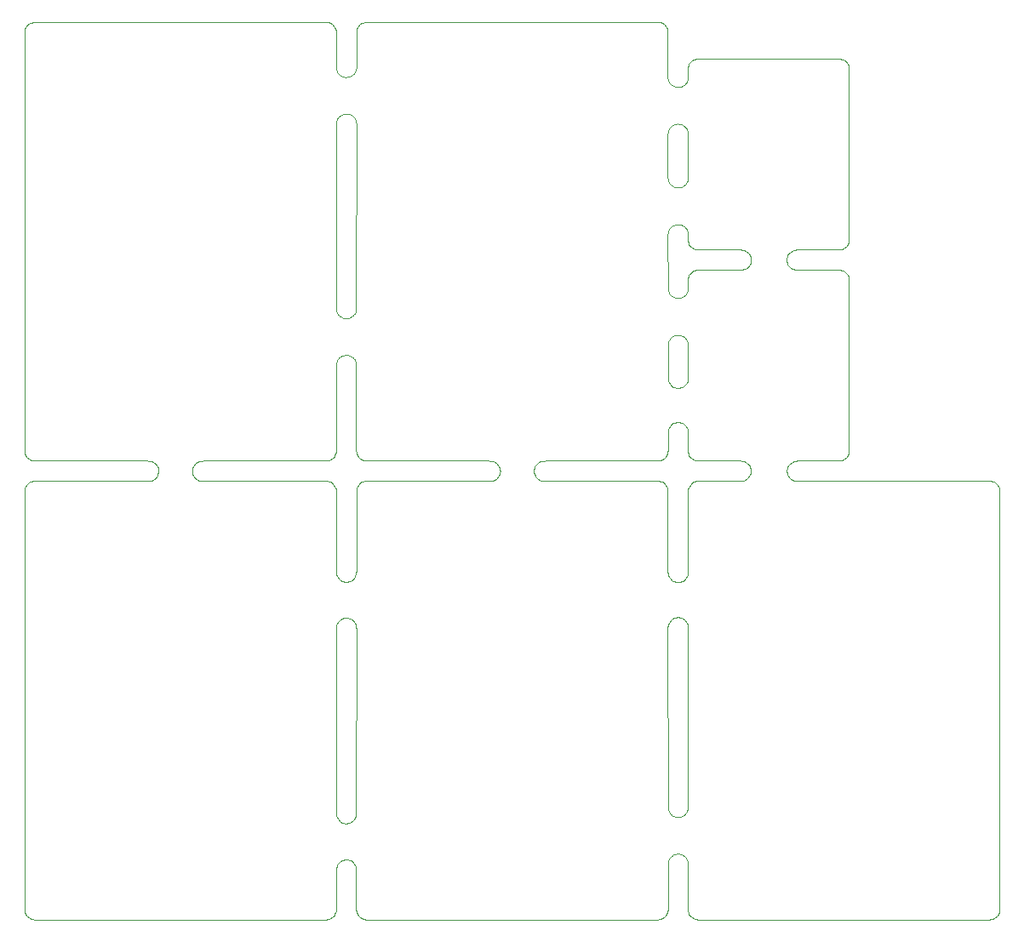
<source format=gko>
%MOIN*%
%OFA0B0*%
%FSLAX36Y36*%
%IPPOS*%
%LPD*%
%ADD10C,0*%
D10*
X001299630Y003117139D02*
X001299630Y003117139D01*
X001299410Y002394749D01*
X001299278Y002391548D01*
X001298887Y002388368D01*
X001298239Y002385230D01*
X001297337Y002382155D01*
X001296189Y002379164D01*
X001294801Y002376277D01*
X001293182Y002373511D01*
X001291345Y002370886D01*
X001289300Y002368420D01*
X001287061Y002366128D01*
X001284643Y002364025D01*
X001282062Y002362127D01*
X001279335Y002360444D01*
X001276481Y002358989D01*
X001273518Y002357770D01*
X001270465Y002356797D01*
X001267343Y002356075D01*
X001264173Y002355609D01*
X001260976Y002355402D01*
X001257772Y002355457D01*
X001257432Y002355476D01*
X001254468Y002355760D01*
X001251534Y002356267D01*
X001248647Y002356994D01*
X001245823Y002357937D01*
X001243078Y002359091D01*
X001240429Y002360450D01*
X001237889Y002362004D01*
X001235475Y002363746D01*
X001233199Y002365665D01*
X001231074Y002367751D01*
X001229113Y002369992D01*
X001227328Y002372374D01*
X001225727Y002374885D01*
X001224320Y002377509D01*
X001223116Y002380232D01*
X001222121Y002383038D01*
X001221341Y002385912D01*
X001220781Y002388836D01*
X001220443Y002391794D01*
X001220329Y002394769D01*
X001220109Y003117120D01*
X001220226Y003120160D01*
X001220577Y003123182D01*
X001221160Y003126168D01*
X001221972Y003129100D01*
X001223009Y003131961D01*
X001224263Y003134733D01*
X001225727Y003137400D01*
X001227393Y003139946D01*
X001229251Y003142356D01*
X001231289Y003144615D01*
X001233495Y003146710D01*
X001235857Y003148628D01*
X001238360Y003150358D01*
X001240989Y003151890D01*
X001243728Y003153214D01*
X001246561Y003154322D01*
X001249472Y003155209D01*
X001252442Y003155868D01*
X001255455Y003156295D01*
X001258491Y003156489D01*
X001259272Y003156509D01*
X001262413Y003156462D01*
X001265540Y003156166D01*
X001268634Y003155620D01*
X001271674Y003154830D01*
X001274642Y003153800D01*
X001277518Y003152537D01*
X001280284Y003151049D01*
X001282923Y003149344D01*
X001285417Y003147435D01*
X001287752Y003145333D01*
X001289911Y003143051D01*
X001291881Y003140605D01*
X001293651Y003138009D01*
X001295207Y003135281D01*
X001296541Y003132437D01*
X001297645Y003129496D01*
X001298510Y003126476D01*
X001299131Y003123397D01*
X001299506Y003120278D01*
X001299630Y003117139D01*
X002519546Y002473510D02*
X002519546Y002473510D01*
X002519481Y002683992D01*
X002519642Y002687562D01*
X002520127Y002691103D01*
X002520930Y002694585D01*
X002522045Y002697980D01*
X002523464Y002701260D01*
X002525175Y002704398D01*
X002527163Y002707367D01*
X002529412Y002710145D01*
X002531904Y002712706D01*
X002534618Y002715032D01*
X002537531Y002717101D01*
X002540620Y002718898D01*
X002543859Y002720408D01*
X002547222Y002721617D01*
X002550681Y002722517D01*
X002554207Y002723099D01*
X002557771Y002723359D01*
X002561344Y002723295D01*
X002564897Y002722907D01*
X002568400Y002722198D01*
X002568658Y002722134D01*
X002571167Y002721418D01*
X002573623Y002720536D01*
X002576016Y002719495D01*
X002578334Y002718297D01*
X002580568Y002716948D01*
X002582707Y002715454D01*
X002584743Y002713821D01*
X002586666Y002712058D01*
X002588468Y002710171D01*
X002590141Y002708168D01*
X002591678Y002706059D01*
X002593072Y002703853D01*
X002594316Y002701560D01*
X002595406Y002699189D01*
X002596337Y002696751D01*
X002597104Y002694257D01*
X002597704Y002691717D01*
X002598134Y002689144D01*
X002598393Y002686547D01*
X002598480Y002683939D01*
X002598480Y002663381D01*
X002598965Y002657223D01*
X002600406Y002651216D01*
X002602771Y002645508D01*
X002605999Y002640240D01*
X002610011Y002635543D01*
X002614709Y002631530D01*
X002619976Y002628303D01*
X002625684Y002625938D01*
X002631691Y002624496D01*
X002637850Y002624011D01*
X002801880Y002624011D01*
X002805999Y002624011D01*
X002812157Y002623527D01*
X002818165Y002622084D01*
X002823872Y002619720D01*
X002829140Y002616492D01*
X002833837Y002612480D01*
X002837850Y002607782D01*
X002841078Y002602515D01*
X002843442Y002596807D01*
X002844884Y002590800D01*
X002845369Y002584641D01*
X002844884Y002578482D01*
X002843442Y002572475D01*
X002841078Y002566768D01*
X002837850Y002561500D01*
X002833837Y002556802D01*
X002829140Y002552790D01*
X002823872Y002549562D01*
X002818165Y002547198D01*
X002812157Y002545756D01*
X002805999Y002545271D01*
X002637850Y002545271D01*
X002631691Y002544787D01*
X002625684Y002543344D01*
X002619976Y002540980D01*
X002614709Y002537752D01*
X002610011Y002533740D01*
X002605999Y002529042D01*
X002602771Y002523775D01*
X002600406Y002518067D01*
X002598965Y002512060D01*
X002598480Y002505901D01*
X002598480Y002473540D01*
X002598372Y002470630D01*
X002598050Y002467736D01*
X002597514Y002464873D01*
X002596768Y002462058D01*
X002595816Y002459306D01*
X002594664Y002456631D01*
X002593317Y002454049D01*
X002591782Y002451574D01*
X002590069Y002449219D01*
X002588187Y002446997D01*
X002586145Y002444920D01*
X002583955Y002443000D01*
X002581630Y002441247D01*
X002579181Y002439671D01*
X002576623Y002438280D01*
X002573968Y002437082D01*
X002571232Y002436083D01*
X002568430Y002435289D01*
X002565577Y002434705D01*
X002562689Y002434333D01*
X002562495Y002434315D01*
X002559229Y002434154D01*
X002555961Y002434263D01*
X002552714Y002434644D01*
X002549509Y002435293D01*
X002546369Y002436205D01*
X002543316Y002437375D01*
X002540370Y002438794D01*
X002537552Y002440453D01*
X002534881Y002442340D01*
X002532377Y002444442D01*
X002530055Y002446744D01*
X002527933Y002449231D01*
X002526024Y002451886D01*
X002524342Y002454690D01*
X002522898Y002457624D01*
X002521703Y002460668D01*
X002520765Y002463800D01*
X002520090Y002466999D01*
X002519682Y002470243D01*
X002519546Y002473510D01*
X002519546Y002473510D01*
X002519413Y002906534D02*
X002519413Y002906534D01*
X002519361Y003077735D01*
X002519528Y003081367D01*
X002520029Y003084968D01*
X002520860Y003088507D01*
X002522014Y003091955D01*
X002523481Y003095282D01*
X002525249Y003098458D01*
X002527302Y003101459D01*
X002529624Y003104257D01*
X002532193Y003106829D01*
X002534989Y003109153D01*
X002537987Y003111209D01*
X002541162Y003112980D01*
X002544487Y003114450D01*
X002547934Y003115608D01*
X002551472Y003116443D01*
X002555073Y003116947D01*
X002558704Y003117117D01*
X002562336Y003116952D01*
X002565937Y003116452D01*
X002569477Y003115623D01*
X002569856Y003115515D01*
X002572283Y003114741D01*
X002574654Y003113811D01*
X002576961Y003112730D01*
X002579193Y003111502D01*
X002581341Y003110133D01*
X002583396Y003108627D01*
X002585349Y003106991D01*
X002587192Y003105233D01*
X002588918Y003103359D01*
X002590519Y003101377D01*
X002591988Y003099297D01*
X002593320Y003097125D01*
X002594509Y003094872D01*
X002595549Y003092546D01*
X002596437Y003090158D01*
X002597168Y003087718D01*
X002597740Y003085236D01*
X002598150Y003082722D01*
X002598397Y003080186D01*
X002598480Y003077640D01*
X002598480Y002906611D01*
X002598387Y002903907D01*
X002598108Y002901215D01*
X002597645Y002898549D01*
X002597001Y002895920D01*
X002596177Y002893343D01*
X002595178Y002890828D01*
X002594008Y002888388D01*
X002592674Y002886033D01*
X002591181Y002883776D01*
X002589537Y002881627D01*
X002587749Y002879596D01*
X002585825Y002877692D01*
X002583776Y002875926D01*
X002581610Y002874304D01*
X002579337Y002872834D01*
X002576969Y002871525D01*
X002574517Y002870381D01*
X002571991Y002869408D01*
X002569405Y002868611D01*
X002566771Y002867993D01*
X002566444Y002867929D01*
X002563008Y002867404D01*
X002559539Y002867183D01*
X002556065Y002867270D01*
X002552611Y002867663D01*
X002549206Y002868359D01*
X002545875Y002869353D01*
X002542644Y002870636D01*
X002539540Y002872200D01*
X002536586Y002874031D01*
X002533804Y002876115D01*
X002531217Y002878437D01*
X002528846Y002880978D01*
X002526707Y002883718D01*
X002524819Y002886636D01*
X002523195Y002889710D01*
X002521849Y002892914D01*
X002520790Y002896225D01*
X002520028Y002899616D01*
X002519568Y002903062D01*
X002519413Y002906534D01*
X002519413Y002906534D01*
X001219999Y001678999D02*
X001219999Y001678999D01*
X001219513Y001685179D01*
X001218066Y001691206D01*
X001215694Y001696932D01*
X001212455Y001702217D01*
X001208430Y001706931D01*
X001203717Y001710956D01*
X001198432Y001714194D01*
X001192705Y001716566D01*
X001186679Y001718013D01*
X001180499Y001718500D01*
X000695917Y001718287D01*
X000689799Y001718763D01*
X000683829Y001720183D01*
X000678152Y001722515D01*
X000672906Y001725700D01*
X000668219Y001729661D01*
X000664205Y001734303D01*
X000660961Y001739512D01*
X000658565Y001745162D01*
X000657077Y001751116D01*
X000656532Y001757229D01*
X000656944Y001763352D01*
X000658302Y001769337D01*
X000660574Y001775038D01*
X000663704Y001780316D01*
X000667617Y001785044D01*
X000672216Y001789107D01*
X000677391Y001792405D01*
X000683016Y001794860D01*
X000688954Y001796410D01*
X000695061Y001797018D01*
X000705017Y001797231D01*
X000705059Y001797232D01*
X000705101Y001797232D01*
X000705143Y001797233D01*
X000705185Y001797234D01*
X000705227Y001797235D01*
X000705269Y001797235D01*
X000705311Y001797236D01*
X000705353Y001797236D01*
X000705394Y001797237D01*
X000705436Y001797237D01*
X000705478Y001797238D01*
X000705520Y001797238D01*
X000705562Y001797239D01*
X000705604Y001797239D01*
X000705646Y001797239D01*
X000705688Y001797239D01*
X000705730Y001797239D01*
X000705772Y001797240D01*
X000705814Y001797240D01*
X000705856Y001797240D01*
X001180499Y001797240D01*
X001180499Y001797240D01*
X001186757Y001797732D01*
X001192860Y001799197D01*
X001198659Y001801600D01*
X001204011Y001804879D01*
X001208784Y001808955D01*
X001212860Y001813729D01*
X001216139Y001819080D01*
X001218542Y001824879D01*
X001220007Y001830983D01*
X001220500Y001837240D01*
X001220397Y002172135D01*
X001220504Y002175037D01*
X001220823Y002177923D01*
X001221355Y002180778D01*
X001222096Y002183586D01*
X001223041Y002186332D01*
X001224187Y002189000D01*
X001225526Y002191577D01*
X001227051Y002194048D01*
X001228755Y002196400D01*
X001230627Y002198620D01*
X001232657Y002200696D01*
X001234835Y002202617D01*
X001237149Y002204371D01*
X001239586Y002205951D01*
X001242132Y002207347D01*
X001244775Y002208551D01*
X001247499Y002209557D01*
X001250290Y002210359D01*
X001253132Y002210954D01*
X001256011Y002211337D01*
X001256215Y002211357D01*
X001259490Y002211534D01*
X001262769Y002211437D01*
X001266028Y002211068D01*
X001269245Y002210429D01*
X001272397Y002209525D01*
X001275464Y002208361D01*
X001278423Y002206946D01*
X001281254Y002205289D01*
X001283937Y002203403D01*
X001286454Y002201299D01*
X001288787Y002198994D01*
X001290920Y002196503D01*
X001292838Y002193842D01*
X001294528Y002191031D01*
X001295978Y002188089D01*
X001297179Y002185037D01*
X001298121Y002181895D01*
X001298798Y002178686D01*
X001299206Y002175432D01*
X001299342Y002172155D01*
X001299240Y001836740D01*
X001299726Y001830560D01*
X001301173Y001824534D01*
X001303545Y001818807D01*
X001306784Y001813522D01*
X001310808Y001808809D01*
X001315522Y001804784D01*
X001320807Y001801545D01*
X001326533Y001799173D01*
X001332560Y001797726D01*
X001338740Y001797240D01*
X001813828Y001797240D01*
X001813885Y001797240D01*
X001813941Y001797239D01*
X001813998Y001797239D01*
X001814055Y001797239D01*
X001814112Y001797239D01*
X001814169Y001797238D01*
X001814225Y001797238D01*
X001814282Y001797237D01*
X001814339Y001797236D01*
X001814396Y001797236D01*
X001814453Y001797235D01*
X001814509Y001797234D01*
X001814566Y001797233D01*
X001814623Y001797232D01*
X001814680Y001797230D01*
X001814736Y001797229D01*
X001814793Y001797228D01*
X001814850Y001797226D01*
X001814907Y001797225D01*
X001814964Y001797223D01*
X001824923Y001796936D01*
X001831009Y001796284D01*
X001836920Y001794697D01*
X001842514Y001792214D01*
X001847655Y001788893D01*
X001852219Y001784815D01*
X001856097Y001780080D01*
X001859193Y001774800D01*
X001861434Y001769105D01*
X001862765Y001763131D01*
X001863154Y001757023D01*
X001862591Y001750928D01*
X001861091Y001744995D01*
X001858690Y001739365D01*
X001855444Y001734176D01*
X001851434Y001729552D01*
X001846756Y001725606D01*
X001841522Y001722433D01*
X001835860Y001720109D01*
X001829907Y001718690D01*
X001823805Y001718212D01*
X001338740Y001717999D01*
X001332638Y001717519D01*
X001326688Y001716091D01*
X001321034Y001713749D01*
X001315816Y001710551D01*
X001311163Y001706577D01*
X001307188Y001701924D01*
X001303990Y001696705D01*
X001301648Y001691051D01*
X001300220Y001685101D01*
X001299740Y001678999D01*
X001299644Y001365402D01*
X001299641Y001364922D01*
X001299632Y001364443D01*
X001299617Y001363964D01*
X001299597Y001363485D01*
X001299570Y001363006D01*
X001299538Y001362528D01*
X001299500Y001362050D01*
X001299456Y001361573D01*
X001299406Y001361096D01*
X001299351Y001360620D01*
X001299290Y001360145D01*
X001299223Y001359670D01*
X001299150Y001359196D01*
X001299071Y001358723D01*
X001298987Y001358251D01*
X001298897Y001357781D01*
X001298801Y001357311D01*
X001298700Y001356842D01*
X001298592Y001356375D01*
X001298479Y001355909D01*
X001297672Y001352662D01*
X001295899Y001347246D01*
X001293364Y001342142D01*
X001290118Y001337459D01*
X001286230Y001333292D01*
X001281781Y001329731D01*
X001276864Y001326849D01*
X001271584Y001324707D01*
X001266049Y001323351D01*
X001260376Y001322807D01*
X001254684Y001323088D01*
X001249093Y001324187D01*
X001243718Y001326083D01*
X001238674Y001328734D01*
X001234065Y001332086D01*
X001229989Y001336068D01*
X001226530Y001340597D01*
X001223761Y001345578D01*
X001221740Y001350906D01*
X001220510Y001356471D01*
X001220096Y001362154D01*
X001219999Y001678999D01*
X002519403Y001144570D02*
X002519403Y001144570D01*
X002519850Y001150499D01*
X002521185Y001156292D01*
X002523377Y001161819D01*
X002526376Y001166953D01*
X002530114Y001171576D01*
X002534506Y001175584D01*
X002539451Y001178885D01*
X002544837Y001181403D01*
X002550541Y001183082D01*
X002556432Y001183882D01*
X002562377Y001183786D01*
X002568240Y001182797D01*
X002573887Y001180935D01*
X002579189Y001178245D01*
X002584025Y001174786D01*
X002588285Y001170639D01*
X002591873Y001165898D01*
X002594705Y001160670D01*
X002596718Y001155076D01*
X002597866Y001149242D01*
X002598538Y001143602D01*
X002598565Y001143370D01*
X002598591Y001143137D01*
X002598615Y001142904D01*
X002598638Y001142671D01*
X002598660Y001142438D01*
X002598680Y001142204D01*
X002598698Y001141971D01*
X002598716Y001141737D01*
X002598732Y001141504D01*
X002598746Y001141270D01*
X002598759Y001141036D01*
X002598771Y001140802D01*
X002598781Y001140569D01*
X002598790Y001140335D01*
X002598798Y001140100D01*
X002598804Y001139866D01*
X002598809Y001139632D01*
X002598812Y001139398D01*
X002598814Y001139164D01*
X002598815Y001138930D01*
X002598602Y000440851D01*
X002598503Y000438065D01*
X002598206Y000435293D01*
X002597714Y000432549D01*
X002597029Y000429846D01*
X002596155Y000427199D01*
X002595095Y000424620D01*
X002593856Y000422123D01*
X002592443Y000419720D01*
X002590864Y000417423D01*
X002589125Y000415243D01*
X002587237Y000413192D01*
X002585209Y000411279D01*
X002583050Y000409515D01*
X002580772Y000407908D01*
X002578386Y000406466D01*
X002575904Y000405197D01*
X002573338Y000404107D01*
X002570701Y000403201D01*
X002568007Y000402483D01*
X002565269Y000401959D01*
X002565024Y000401921D01*
X002561652Y000401545D01*
X002558259Y000401462D01*
X002554872Y000401671D01*
X002551516Y000402171D01*
X002548215Y000402958D01*
X002544994Y000404026D01*
X002541877Y000405368D01*
X002538887Y000406973D01*
X002536046Y000408830D01*
X002533376Y000410924D01*
X002530897Y000413241D01*
X002528625Y000415762D01*
X002526580Y000418470D01*
X002524775Y000421344D01*
X002523225Y000424362D01*
X002521940Y000427503D01*
X002520930Y000430743D01*
X002520203Y000434058D01*
X002519765Y000437423D01*
X002519617Y000440813D01*
X002519617Y000440813D01*
X002519403Y001144570D01*
X001220453Y000193602D02*
X001220453Y000193602D01*
X001220453Y000193682D01*
X001220453Y000193762D01*
X001220453Y000193843D01*
X001220454Y000193923D01*
X001220455Y000194004D01*
X001220456Y000194084D01*
X001220457Y000194165D01*
X001220458Y000194245D01*
X001220459Y000194326D01*
X001220461Y000194406D01*
X001220462Y000194486D01*
X001220464Y000194567D01*
X001220466Y000194647D01*
X001220468Y000194728D01*
X001220471Y000194808D01*
X001220473Y000194888D01*
X001220476Y000194969D01*
X001220479Y000195049D01*
X001220482Y000195130D01*
X001220485Y000195210D01*
X001220580Y000197539D01*
X001221298Y000203595D01*
X001222944Y000209468D01*
X001225476Y000215016D01*
X001228835Y000220107D01*
X001232940Y000224617D01*
X001237693Y000228440D01*
X001242978Y000231482D01*
X001248671Y000233672D01*
X001254633Y000234957D01*
X001260722Y000235305D01*
X001266791Y000234708D01*
X001272696Y000233181D01*
X001278294Y000230761D01*
X001283451Y000227505D01*
X001288043Y000223491D01*
X001291961Y000218817D01*
X001295109Y000213594D01*
X001297413Y000207947D01*
X001298817Y000202011D01*
X001299287Y000195931D01*
X001299240Y000039500D01*
X001299726Y000033320D01*
X001301173Y000027293D01*
X001303545Y000021567D01*
X001306784Y000016282D01*
X001310808Y000011569D01*
X001315522Y000007544D01*
X001320807Y000004305D01*
X001326533Y000001933D01*
X001332560Y000000486D01*
X001338740Y000000000D01*
X002479740Y000000000D01*
X002479740Y000000000D01*
X002485997Y000000492D01*
X002492100Y000001957D01*
X002497899Y000004360D01*
X002503251Y000007639D01*
X002508024Y000011715D01*
X002512100Y000016489D01*
X002515380Y000021840D01*
X002517782Y000027639D01*
X002519247Y000033742D01*
X002519740Y000040000D01*
X002519685Y000218203D01*
X002519863Y000221950D01*
X002520396Y000225663D01*
X002521281Y000229308D01*
X002522508Y000232853D01*
X002524067Y000236265D01*
X002525943Y000239513D01*
X002528121Y000242567D01*
X002530579Y000245401D01*
X002533295Y000247987D01*
X002536245Y000250304D01*
X002539403Y000252329D01*
X002542739Y000254045D01*
X002546223Y000255435D01*
X002549823Y000256487D01*
X002553507Y000257192D01*
X002557242Y000257543D01*
X002560993Y000257537D01*
X002564727Y000257174D01*
X002568409Y000256458D01*
X002572006Y000255394D01*
X002572114Y000255356D01*
X002574386Y000254486D01*
X002576599Y000253476D01*
X002578746Y000252332D01*
X002580818Y000251058D01*
X002582807Y000249658D01*
X002584706Y000248137D01*
X002586508Y000246503D01*
X002588205Y000244760D01*
X002589791Y000242916D01*
X002591260Y000240977D01*
X002592607Y000238952D01*
X002593826Y000236847D01*
X002594913Y000234670D01*
X002595863Y000232431D01*
X002596674Y000230138D01*
X002597341Y000227798D01*
X002597862Y000225422D01*
X002598236Y000223019D01*
X002598460Y000220596D01*
X002598534Y000218165D01*
X002598480Y000039500D01*
X002598966Y000033320D01*
X002600413Y000027293D01*
X002602785Y000021567D01*
X002606024Y000016282D01*
X002610049Y000011569D01*
X002614762Y000007544D01*
X002620047Y000004305D01*
X002625774Y000001933D01*
X002631800Y000000486D01*
X002637980Y000000000D01*
X003778980Y000000000D01*
X003778980Y000000000D01*
X003785237Y000000492D01*
X003791341Y000001957D01*
X003797139Y000004360D01*
X003802491Y000007639D01*
X003807264Y000011715D01*
X003811340Y000016489D01*
X003814620Y000021840D01*
X003817022Y000027639D01*
X003818487Y000033742D01*
X003818980Y000040000D01*
X003818480Y001678999D01*
X003817993Y001685179D01*
X003816546Y001691206D01*
X003814174Y001696932D01*
X003810935Y001702217D01*
X003806910Y001706931D01*
X003802197Y001710956D01*
X003796912Y001714194D01*
X003791186Y001716566D01*
X003785159Y001718013D01*
X003778980Y001718500D01*
X003025122Y001718169D01*
X003019219Y001718612D01*
X003013448Y001719934D01*
X003007941Y001722107D01*
X003002823Y001725081D01*
X002998208Y001728789D01*
X002994201Y001733148D01*
X002990893Y001738057D01*
X002988358Y001743407D01*
X002986655Y001749077D01*
X002985821Y001754938D01*
X002985875Y001760858D01*
X002986816Y001766702D01*
X002988623Y001772340D01*
X002991254Y001777643D01*
X002994652Y001782491D01*
X002998737Y001786775D01*
X003003419Y001790399D01*
X003008591Y001793279D01*
X003014137Y001795351D01*
X003019930Y001796568D01*
X003022422Y001796898D01*
X003022680Y001796931D01*
X003022937Y001796963D01*
X003023195Y001796993D01*
X003023453Y001797021D01*
X003023711Y001797047D01*
X003023969Y001797072D01*
X003024228Y001797095D01*
X003024486Y001797117D01*
X003024745Y001797136D01*
X003025004Y001797154D01*
X003025263Y001797170D01*
X003025522Y001797185D01*
X003025781Y001797198D01*
X003026040Y001797209D01*
X003026300Y001797218D01*
X003026559Y001797226D01*
X003026818Y001797232D01*
X003027078Y001797236D01*
X003027337Y001797239D01*
X003027597Y001797240D01*
X003189031Y001797240D01*
X003195190Y001797725D01*
X003201197Y001799167D01*
X003206905Y001801531D01*
X003212172Y001804759D01*
X003216870Y001808771D01*
X003220882Y001813469D01*
X003224110Y001818736D01*
X003226473Y001824444D01*
X003227916Y001830451D01*
X003228401Y001836610D01*
X003228401Y002505901D01*
X003227916Y002512060D01*
X003226473Y002518067D01*
X003224110Y002523775D01*
X003220882Y002529042D01*
X003216870Y002533740D01*
X003212172Y002537752D01*
X003206905Y002540980D01*
X003201197Y002543344D01*
X003195190Y002544787D01*
X003189031Y002545271D01*
X003024249Y002545271D01*
X003018090Y002545756D01*
X003012083Y002547198D01*
X003006375Y002549562D01*
X003001108Y002552790D01*
X002996410Y002556802D01*
X002992398Y002561500D01*
X002989170Y002566768D01*
X002986806Y002572475D01*
X002985364Y002578482D01*
X002984879Y002584641D01*
X002985364Y002590800D01*
X002986806Y002596807D01*
X002989170Y002602515D01*
X002992398Y002607782D01*
X002996410Y002612480D01*
X003001108Y002616492D01*
X003006375Y002619720D01*
X003012083Y002622084D01*
X003018090Y002623527D01*
X003024249Y002624011D01*
X003028367Y002624011D01*
X003189031Y002624011D01*
X003195190Y002624496D01*
X003201197Y002625938D01*
X003206905Y002628303D01*
X003212172Y002631530D01*
X003216870Y002635543D01*
X003220882Y002640240D01*
X003224110Y002645508D01*
X003226473Y002651216D01*
X003227916Y002657223D01*
X003228401Y002663381D01*
X003228401Y003332673D01*
X003227916Y003338832D01*
X003226473Y003344839D01*
X003224110Y003350547D01*
X003220882Y003355814D01*
X003216870Y003360512D01*
X003212172Y003364524D01*
X003206905Y003367752D01*
X003201197Y003370116D01*
X003195190Y003371558D01*
X003189031Y003372043D01*
X002637850Y003372043D01*
X002631691Y003371558D01*
X002625684Y003370116D01*
X002619976Y003367752D01*
X002614709Y003364524D01*
X002610011Y003360512D01*
X002605999Y003355814D01*
X002602771Y003350547D01*
X002600406Y003344839D01*
X002598965Y003338832D01*
X002598480Y003332673D01*
X002598480Y003300312D01*
X002598392Y003297687D01*
X002598130Y003295074D01*
X002597694Y003292485D01*
X002597086Y003289930D01*
X002596310Y003287421D01*
X002595368Y003284970D01*
X002594264Y003282587D01*
X002593005Y003280283D01*
X002591594Y003278068D01*
X002590039Y003275952D01*
X002588346Y003273945D01*
X002586523Y003272054D01*
X002584579Y003270290D01*
X002582521Y003268658D01*
X002580359Y003267168D01*
X002578102Y003265825D01*
X002575761Y003264636D01*
X002573345Y003263605D01*
X002570867Y003262738D01*
X002568336Y003262038D01*
X002567889Y003261930D01*
X002564398Y003261254D01*
X002560860Y003260895D01*
X002557305Y003260858D01*
X002553760Y003261141D01*
X002550255Y003261742D01*
X002546819Y003262658D01*
X002543480Y003263880D01*
X002540264Y003265398D01*
X002537199Y003267200D01*
X002534308Y003269271D01*
X002531617Y003271595D01*
X002529146Y003274152D01*
X002526915Y003276922D01*
X002524944Y003279881D01*
X002523248Y003283006D01*
X002521841Y003286272D01*
X002520734Y003289651D01*
X002519936Y003293117D01*
X002519455Y003296640D01*
X002519293Y003300192D01*
X002519239Y003476240D01*
X002518753Y003482419D01*
X002517306Y003488446D01*
X002514934Y003494172D01*
X002511695Y003499457D01*
X002507670Y003504171D01*
X002502957Y003508196D01*
X002497672Y003511435D01*
X002491945Y003513807D01*
X002485919Y003515253D01*
X002479740Y003515740D01*
X001338740Y003515240D01*
X001332638Y003514760D01*
X001326688Y003513331D01*
X001321034Y003510989D01*
X001315816Y003507792D01*
X001311163Y003503817D01*
X001307188Y003499164D01*
X001303990Y003493945D01*
X001301648Y003488292D01*
X001300220Y003482341D01*
X001299740Y003476240D01*
X001299698Y003339528D01*
X001299572Y003336398D01*
X001299198Y003333288D01*
X001298578Y003330217D01*
X001297715Y003327205D01*
X001296616Y003324271D01*
X001295287Y003321434D01*
X001293737Y003318712D01*
X001291975Y003316121D01*
X001290013Y003313679D01*
X001287863Y003311401D01*
X001285538Y003309301D01*
X001283054Y003307392D01*
X001280426Y003305687D01*
X001277670Y003304196D01*
X001274805Y003302929D01*
X001271848Y003301894D01*
X001268818Y003301097D01*
X001265735Y003300543D01*
X001262617Y003300237D01*
X001259485Y003300179D01*
X001258568Y003300199D01*
X001255525Y003300382D01*
X001252505Y003300800D01*
X001249527Y003301451D01*
X001246608Y003302330D01*
X001243765Y003303432D01*
X001241017Y003304751D01*
X001238378Y003306279D01*
X001235866Y003308006D01*
X001233495Y003309923D01*
X001231280Y003312017D01*
X001229233Y003314276D01*
X001227367Y003316687D01*
X001225693Y003319235D01*
X001224222Y003321905D01*
X001222961Y003324680D01*
X001221919Y003327545D01*
X001221102Y003330482D01*
X001220514Y003333474D01*
X001220160Y003336502D01*
X001220041Y003339548D01*
X001219999Y003476240D01*
X001219513Y003482419D01*
X001218066Y003488446D01*
X001215694Y003494172D01*
X001212455Y003499457D01*
X001208430Y003504171D01*
X001203717Y003508196D01*
X001198432Y003511435D01*
X001192705Y003513807D01*
X001186679Y003515253D01*
X001180499Y003515740D01*
X000039499Y003515240D01*
X000033398Y003514760D01*
X000027448Y003513331D01*
X000021793Y003510989D01*
X000016575Y003507792D01*
X000011922Y003503817D01*
X000007948Y003499164D01*
X000004750Y003493945D01*
X000002408Y003488292D01*
X000000979Y003482341D01*
X000000499Y003476240D01*
X000000000Y001836740D01*
X000000486Y001830560D01*
X000001932Y001824534D01*
X000004305Y001818807D01*
X000007543Y001813522D01*
X000011568Y001808809D01*
X000016282Y001804784D01*
X000021567Y001801545D01*
X000027293Y001799173D01*
X000033320Y001797726D01*
X000039499Y001797240D01*
X000475245Y001797240D01*
X000475305Y001797240D01*
X000475365Y001797239D01*
X000475426Y001797239D01*
X000475486Y001797239D01*
X000475546Y001797238D01*
X000475606Y001797238D01*
X000475666Y001797237D01*
X000475726Y001797237D01*
X000475786Y001797236D01*
X000475847Y001797235D01*
X000475907Y001797234D01*
X000475967Y001797233D01*
X000476027Y001797232D01*
X000476087Y001797231D01*
X000476147Y001797229D01*
X000476207Y001797228D01*
X000476268Y001797226D01*
X000476328Y001797225D01*
X000476388Y001797223D01*
X000476448Y001797221D01*
X000486416Y001796917D01*
X000492498Y001796255D01*
X000498403Y001794660D01*
X000503990Y001792169D01*
X000509124Y001788843D01*
X000513680Y001784762D01*
X000517549Y001780024D01*
X000520638Y001774744D01*
X000522872Y001769049D01*
X000524196Y001763077D01*
X000524579Y001756972D01*
X000524012Y001750881D01*
X000522509Y001744952D01*
X000520105Y001739327D01*
X000516859Y001734142D01*
X000512848Y001729523D01*
X000508171Y001725581D01*
X000502939Y001722411D01*
X000497280Y001720089D01*
X000491329Y001718673D01*
X000485231Y001718195D01*
X000039499Y001717999D01*
X000033398Y001717519D01*
X000027448Y001716091D01*
X000021793Y001713749D01*
X000016575Y001710551D01*
X000011922Y001706577D01*
X000007948Y001701924D01*
X000004750Y001696705D01*
X000002408Y001691051D01*
X000000979Y001685101D01*
X000000499Y001678999D01*
X000000000Y000039500D01*
X000000486Y000033320D01*
X000001932Y000027293D01*
X000004305Y000021567D01*
X000007543Y000016282D01*
X000011568Y000011569D01*
X000016282Y000007544D01*
X000021567Y000004305D01*
X000027293Y000001933D01*
X000033320Y000000486D01*
X000039499Y000000000D01*
X001180499Y000000000D01*
X001180499Y000000000D01*
X001186757Y000000492D01*
X001192860Y000001957D01*
X001198659Y000004360D01*
X001204011Y000007639D01*
X001208784Y000011715D01*
X001212860Y000016489D01*
X001216139Y000021840D01*
X001218542Y000027639D01*
X001220007Y000033742D01*
X001220500Y000040000D01*
X001220453Y000193602D01*
X001220163Y001143160D02*
X001220163Y001143160D01*
X001220585Y001148922D01*
X001221846Y001154559D01*
X001223918Y001159952D01*
X001226757Y001164984D01*
X001230302Y001169545D01*
X001234476Y001173539D01*
X001239190Y001176879D01*
X001244342Y001179493D01*
X001249821Y001181325D01*
X001255509Y001182336D01*
X001261284Y001182503D01*
X001267021Y001181823D01*
X001272597Y001180311D01*
X001277891Y001178000D01*
X001282790Y001174938D01*
X001287189Y001171193D01*
X001290992Y001166844D01*
X001294117Y001161985D01*
X001296498Y001156721D01*
X001298083Y001151166D01*
X001298755Y001147924D01*
X001298835Y001147529D01*
X001298911Y001147133D01*
X001298982Y001146736D01*
X001299050Y001146339D01*
X001299114Y001145941D01*
X001299173Y001145542D01*
X001299229Y001145143D01*
X001299280Y001144743D01*
X001299327Y001144343D01*
X001299370Y001143942D01*
X001299409Y001143541D01*
X001299444Y001143139D01*
X001299475Y001142737D01*
X001299502Y001142335D01*
X001299524Y001141933D01*
X001299543Y001141530D01*
X001299557Y001141127D01*
X001299567Y001140724D01*
X001299573Y001140321D01*
X001299575Y001139918D01*
X001299355Y000416144D01*
X001298898Y000410177D01*
X001297542Y000404348D01*
X001295319Y000398792D01*
X001292279Y000393638D01*
X001288493Y000389003D01*
X001284049Y000384996D01*
X001279048Y000381709D01*
X001273608Y000379218D01*
X001267852Y000377580D01*
X001261915Y000376833D01*
X001255933Y000376995D01*
X001250044Y000378061D01*
X001244385Y000380008D01*
X001239087Y000382789D01*
X001234272Y000386342D01*
X001230050Y000390583D01*
X001226520Y000395416D01*
X001223763Y000400727D01*
X001221844Y000406395D01*
X001220805Y000412288D01*
X001220575Y000414621D01*
X001220556Y000414813D01*
X001220538Y000415006D01*
X001220522Y000415198D01*
X001220506Y000415391D01*
X001220491Y000415583D01*
X001220478Y000415776D01*
X001220465Y000415968D01*
X001220453Y000416161D01*
X001220442Y000416354D01*
X001220432Y000416547D01*
X001220423Y000416740D01*
X001220415Y000416932D01*
X001220408Y000417125D01*
X001220401Y000417318D01*
X001220396Y000417511D01*
X001220392Y000417704D01*
X001220389Y000417897D01*
X001220386Y000418091D01*
X001220385Y000418284D01*
X001220384Y000418477D01*
X001220163Y001143160D01*
X002519718Y001908998D02*
X002519718Y001908998D01*
X002520200Y001915153D01*
X002521638Y001921156D01*
X002523997Y001926861D01*
X002527219Y001932127D01*
X002531225Y001936824D01*
X002535915Y001940838D01*
X002541176Y001944069D01*
X002546876Y001946438D01*
X002552877Y001947887D01*
X002559031Y001948380D01*
X002565186Y001947905D01*
X002571191Y001946474D01*
X002576899Y001944121D01*
X002582168Y001940905D01*
X002586871Y001936905D01*
X002590890Y001932219D01*
X002594127Y001926962D01*
X002596502Y001921264D01*
X002597958Y001915265D01*
X002598458Y001909112D01*
X002598480Y001900701D01*
X002598480Y001900696D01*
X002598480Y001900690D01*
X002598480Y001900685D01*
X002598480Y001900680D01*
X002598480Y001900675D01*
X002598480Y001900670D01*
X002598480Y001900665D01*
X002598480Y001900660D01*
X002598480Y001900655D01*
X002598480Y001900650D01*
X002598480Y001900645D01*
X002598480Y001900639D01*
X002598480Y001900634D01*
X002598480Y001900629D01*
X002598480Y001900624D01*
X002598480Y001900619D01*
X002598480Y001900614D01*
X002598480Y001900609D01*
X002598480Y001900604D01*
X002598480Y001900599D01*
X002598480Y001836610D01*
X002598965Y001830451D01*
X002600406Y001824444D01*
X002602771Y001818736D01*
X002605999Y001813469D01*
X002610011Y001808771D01*
X002614709Y001804759D01*
X002619976Y001801531D01*
X002625684Y001799167D01*
X002631691Y001797725D01*
X002637850Y001797240D01*
X002802651Y001797240D01*
X002802984Y001797238D01*
X002803318Y001797234D01*
X002803651Y001797227D01*
X002803985Y001797217D01*
X002804318Y001797204D01*
X002804651Y001797189D01*
X002804984Y001797170D01*
X002805317Y001797149D01*
X002805649Y001797125D01*
X002805982Y001797099D01*
X002806314Y001797069D01*
X002806646Y001797036D01*
X002806977Y001797001D01*
X002807309Y001796963D01*
X002807640Y001796922D01*
X002807970Y001796879D01*
X002808301Y001796832D01*
X002808630Y001796783D01*
X002808960Y001796731D01*
X002809289Y001796676D01*
X002811784Y001796249D01*
X002817456Y001794839D01*
X002822856Y001792605D01*
X002827866Y001789595D01*
X002832376Y001785878D01*
X002836286Y001781533D01*
X002839509Y001776658D01*
X002841975Y001771359D01*
X002843629Y001765753D01*
X002844435Y001759965D01*
X002844376Y001754121D01*
X002843452Y001748350D01*
X002841684Y001742779D01*
X002839110Y001737532D01*
X002835788Y001732723D01*
X002831791Y001728459D01*
X002827207Y001724834D01*
X002822136Y001721927D01*
X002816691Y001719803D01*
X002810992Y001718509D01*
X002805163Y001718073D01*
X002637980Y001717999D01*
X002631879Y001717519D01*
X002625928Y001716091D01*
X002620274Y001713749D01*
X002615056Y001710551D01*
X002610403Y001706577D01*
X002606428Y001701924D01*
X002603230Y001696705D01*
X002600889Y001691051D01*
X002599460Y001685101D01*
X002598980Y001678999D01*
X002598884Y001366392D01*
X002598883Y001366113D01*
X002598880Y001365834D01*
X002598875Y001365555D01*
X002598868Y001365276D01*
X002598859Y001364998D01*
X002598848Y001364719D01*
X002598835Y001364440D01*
X002598820Y001364162D01*
X002598804Y001363883D01*
X002598785Y001363605D01*
X002598764Y001363327D01*
X002598741Y001363049D01*
X002598716Y001362771D01*
X002598690Y001362493D01*
X002598661Y001362216D01*
X002598630Y001361939D01*
X002598598Y001361662D01*
X002598563Y001361385D01*
X002598527Y001361108D01*
X002598488Y001360832D01*
X002597680Y001355183D01*
X002596411Y001349422D01*
X002594294Y001343916D01*
X002591379Y001338788D01*
X002587731Y001334154D01*
X002583431Y001330116D01*
X002578576Y001326766D01*
X002573275Y001324179D01*
X002567647Y001322413D01*
X002561818Y001321507D01*
X002555920Y001321483D01*
X002550084Y001322340D01*
X002544441Y001324060D01*
X002539119Y001326603D01*
X002534237Y001329913D01*
X002529903Y001333915D01*
X002526217Y001338519D01*
X002523259Y001343623D01*
X002521098Y001349111D01*
X002519780Y001354861D01*
X002519337Y001360742D01*
X002519239Y001678999D01*
X002518753Y001685179D01*
X002517306Y001691206D01*
X002514934Y001696932D01*
X002511695Y001702217D01*
X002507670Y001706931D01*
X002502957Y001710956D01*
X002497672Y001714194D01*
X002491945Y001716566D01*
X002485919Y001718013D01*
X002479740Y001718500D01*
X002034509Y001718304D01*
X002028387Y001718781D01*
X002022414Y001720203D01*
X002016734Y001722536D01*
X002011487Y001725725D01*
X002006799Y001729690D01*
X002002784Y001734337D01*
X001999541Y001739551D01*
X001997148Y001745205D01*
X001995663Y001751163D01*
X001995123Y001757280D01*
X001995541Y001763406D01*
X001996906Y001769393D01*
X001999185Y001775094D01*
X002002323Y001780372D01*
X002006243Y001785098D01*
X002010851Y001789157D01*
X002016033Y001792450D01*
X002021665Y001794897D01*
X002027609Y001796438D01*
X002033720Y001797037D01*
X002043667Y001797232D01*
X002043706Y001797233D01*
X002043744Y001797233D01*
X002043783Y001797234D01*
X002043821Y001797235D01*
X002043860Y001797235D01*
X002043899Y001797236D01*
X002043937Y001797236D01*
X002043976Y001797237D01*
X002044014Y001797237D01*
X002044053Y001797238D01*
X002044091Y001797238D01*
X002044130Y001797238D01*
X002044169Y001797239D01*
X002044207Y001797239D01*
X002044246Y001797239D01*
X002044284Y001797239D01*
X002044323Y001797239D01*
X002044362Y001797240D01*
X002044400Y001797240D01*
X002044439Y001797240D01*
X002479740Y001797240D01*
X002479740Y001797240D01*
X002485997Y001797732D01*
X002492100Y001799197D01*
X002497899Y001801600D01*
X002503251Y001804879D01*
X002508024Y001808955D01*
X002512100Y001813729D01*
X002515380Y001819080D01*
X002517782Y001824879D01*
X002519247Y001830983D01*
X002519740Y001837240D01*
X002519718Y001908998D01*
X002519614Y002250874D02*
X002519614Y002250874D01*
X002519756Y002254236D01*
X002520186Y002257574D01*
X002520899Y002260863D01*
X002521890Y002264080D01*
X002523152Y002267199D01*
X002524676Y002270200D01*
X002526451Y002273059D01*
X002528464Y002275757D01*
X002530699Y002278272D01*
X002533142Y002280588D01*
X002535773Y002282686D01*
X002538573Y002284552D01*
X002541523Y002286173D01*
X002544601Y002287535D01*
X002547783Y002288629D01*
X002551048Y002289448D01*
X002554370Y002289985D01*
X002557726Y002290236D01*
X002561091Y002290200D01*
X002564441Y002289876D01*
X002564567Y002289858D01*
X002567342Y002289368D01*
X002570075Y002288681D01*
X002572751Y002287800D01*
X002575358Y002286729D01*
X002577881Y002285475D01*
X002580308Y002284044D01*
X002582627Y002282443D01*
X002584825Y002280680D01*
X002586891Y002278764D01*
X002588816Y002276706D01*
X002590587Y002274515D01*
X002592198Y002272203D01*
X002593639Y002269781D01*
X002594904Y002267263D01*
X002595985Y002264661D01*
X002596877Y002261988D01*
X002597575Y002259259D01*
X002598077Y002256486D01*
X002598379Y002253684D01*
X002598480Y002250868D01*
X002598480Y002130288D01*
X002598480Y002130268D01*
X002598480Y002130247D01*
X002598480Y002130227D01*
X002598480Y002130207D01*
X002598480Y002130186D01*
X002598480Y002130166D01*
X002598480Y002130146D01*
X002598479Y002130126D01*
X002598479Y002130105D01*
X002598479Y002130085D01*
X002598479Y002130065D01*
X002598479Y002130044D01*
X002598479Y002130024D01*
X002598479Y002130004D01*
X002598479Y002129984D01*
X002598478Y002129963D01*
X002598478Y002129943D01*
X002598478Y002129923D01*
X002598478Y002129902D01*
X002598478Y002129882D01*
X002598391Y002121464D01*
X002597846Y002115331D01*
X002596352Y002109358D01*
X002593945Y002103691D01*
X002590684Y002098468D01*
X002586648Y002093818D01*
X002581937Y002089854D01*
X002576665Y002086673D01*
X002570962Y002084353D01*
X002564967Y002082951D01*
X002558826Y002082500D01*
X002552690Y002083012D01*
X002546710Y002084474D01*
X002541030Y002086851D01*
X002535790Y002090085D01*
X002531119Y002094096D01*
X002527130Y002098786D01*
X002523921Y002104041D01*
X002521571Y002109732D01*
X002520136Y002115719D01*
X002519653Y002121857D01*
X002519653Y002121857D01*
X002519614Y002250874D01*
M02*
</source>
